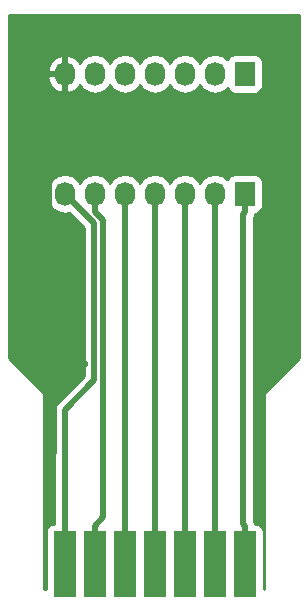
<source format=gbl>
%TF.GenerationSoftware,KiCad,Pcbnew,4.0.2+dfsg1-stable*%
%TF.CreationDate,2019-04-18T09:25:44+02:00*%
%TF.ProjectId,ECI-Breakout,4543492D427265616B6F75742E6B6963,rev?*%
%TF.FileFunction,Copper,L2,Bot,Signal*%
%FSLAX46Y46*%
G04 Gerber Fmt 4.6, Leading zero omitted, Abs format (unit mm)*
G04 Created by KiCad (PCBNEW 4.0.2+dfsg1-stable) date gio 18 apr 2019 09:25:44 CEST*
%MOMM*%
G01*
G04 APERTURE LIST*
%ADD10C,0.100000*%
%ADD11R,1.930400X5.588000*%
%ADD12R,1.727200X2.032000*%
%ADD13O,1.727200X2.032000*%
%ADD14C,0.600000*%
%ADD15C,0.500000*%
%ADD16C,0.254000*%
G04 APERTURE END LIST*
D10*
D11*
X139672000Y-115190000D03*
X137132000Y-115190000D03*
X134592000Y-115190000D03*
X132052000Y-115190000D03*
X129512000Y-115190000D03*
X126972000Y-115190000D03*
X124432000Y-115190000D03*
D12*
X139700000Y-73660000D03*
D13*
X137160000Y-73660000D03*
X134620000Y-73660000D03*
X132080000Y-73660000D03*
X129540000Y-73660000D03*
X127000000Y-73660000D03*
X124460000Y-73660000D03*
D12*
X139700000Y-83820000D03*
D13*
X137160000Y-83820000D03*
X134620000Y-83820000D03*
X132080000Y-83820000D03*
X129540000Y-83820000D03*
X127000000Y-83820000D03*
X124460000Y-83820000D03*
D14*
X123363500Y-105899900D03*
X126162300Y-98205300D03*
D15*
X124460000Y-73660000D02*
X124460000Y-75176000D01*
X123545200Y-98205300D02*
X126162300Y-98205300D01*
X123096800Y-97756900D02*
X123545200Y-98205300D01*
X123096800Y-76539200D02*
X123096800Y-97756900D01*
X124460000Y-75176000D02*
X123096800Y-76539200D01*
X123545200Y-105718200D02*
X123363500Y-105899900D01*
X123545200Y-98205300D02*
X123545200Y-105718200D01*
X139700000Y-83820000D02*
X139700000Y-85336000D01*
X139672000Y-115190000D02*
X139672000Y-111896000D01*
X139549200Y-111773200D02*
X139672000Y-111896000D01*
X139549200Y-85486800D02*
X139549200Y-111773200D01*
X139700000Y-85336000D02*
X139549200Y-85486800D01*
X137160000Y-83820000D02*
X137160000Y-85336000D01*
X137132000Y-115190000D02*
X137132000Y-111896000D01*
X137160000Y-111868000D02*
X137160000Y-85336000D01*
X137132000Y-111896000D02*
X137160000Y-111868000D01*
X134620000Y-111868000D02*
X134592000Y-111896000D01*
X134620000Y-83820000D02*
X134620000Y-111868000D01*
X134592000Y-115190000D02*
X134592000Y-111896000D01*
X132080000Y-111868000D02*
X132052000Y-111896000D01*
X132080000Y-83820000D02*
X132080000Y-111868000D01*
X132052000Y-115190000D02*
X132052000Y-111896000D01*
X129540000Y-83820000D02*
X129540000Y-85336000D01*
X129512000Y-115190000D02*
X129512000Y-111896000D01*
X129512000Y-85364000D02*
X129540000Y-85336000D01*
X129512000Y-111896000D02*
X129512000Y-85364000D01*
X127685200Y-111182800D02*
X126972000Y-111896000D01*
X127685200Y-86021200D02*
X127685200Y-111182800D01*
X127000000Y-85336000D02*
X127685200Y-86021200D01*
X127000000Y-83820000D02*
X127000000Y-85336000D01*
X126972000Y-115190000D02*
X126972000Y-111896000D01*
X124432000Y-102114300D02*
X124432000Y-115190000D01*
X126959300Y-99587000D02*
X124432000Y-102114300D01*
X126959300Y-86319300D02*
X126959300Y-99587000D01*
X124460000Y-83820000D02*
X126959300Y-86319300D01*
D16*
G36*
X144290000Y-97705908D02*
X141497954Y-100497954D01*
X141344046Y-100728295D01*
X141290000Y-101000000D01*
X141290000Y-117290000D01*
X141284640Y-117290000D01*
X141284640Y-112396000D01*
X141240362Y-112160683D01*
X141101290Y-111944559D01*
X140889090Y-111799569D01*
X140637200Y-111748560D01*
X140527672Y-111748560D01*
X140489633Y-111557325D01*
X140434200Y-111474363D01*
X140434200Y-85799542D01*
X140517633Y-85674675D01*
X140555672Y-85483440D01*
X140563600Y-85483440D01*
X140798917Y-85439162D01*
X141015041Y-85300090D01*
X141160031Y-85087890D01*
X141211040Y-84836000D01*
X141211040Y-82804000D01*
X141166762Y-82568683D01*
X141027690Y-82352559D01*
X140815490Y-82207569D01*
X140563600Y-82156560D01*
X138836400Y-82156560D01*
X138601083Y-82200838D01*
X138384959Y-82339910D01*
X138239969Y-82552110D01*
X138231600Y-82593439D01*
X138219670Y-82575585D01*
X137733489Y-82250729D01*
X137160000Y-82136655D01*
X136586511Y-82250729D01*
X136100330Y-82575585D01*
X135890000Y-82890366D01*
X135679670Y-82575585D01*
X135193489Y-82250729D01*
X134620000Y-82136655D01*
X134046511Y-82250729D01*
X133560330Y-82575585D01*
X133350000Y-82890366D01*
X133139670Y-82575585D01*
X132653489Y-82250729D01*
X132080000Y-82136655D01*
X131506511Y-82250729D01*
X131020330Y-82575585D01*
X130810000Y-82890366D01*
X130599670Y-82575585D01*
X130113489Y-82250729D01*
X129540000Y-82136655D01*
X128966511Y-82250729D01*
X128480330Y-82575585D01*
X128270000Y-82890366D01*
X128059670Y-82575585D01*
X127573489Y-82250729D01*
X127000000Y-82136655D01*
X126426511Y-82250729D01*
X125940330Y-82575585D01*
X125730000Y-82890366D01*
X125519670Y-82575585D01*
X125033489Y-82250729D01*
X124460000Y-82136655D01*
X123886511Y-82250729D01*
X123400330Y-82575585D01*
X123075474Y-83061766D01*
X122961400Y-83635255D01*
X122961400Y-84004745D01*
X123075474Y-84578234D01*
X123400330Y-85064415D01*
X123886511Y-85389271D01*
X124460000Y-85503345D01*
X124820131Y-85431711D01*
X126074300Y-86685879D01*
X126074300Y-99220421D01*
X123806210Y-101488510D01*
X123614367Y-101775625D01*
X123614367Y-101775626D01*
X123546999Y-102114300D01*
X123547000Y-102114305D01*
X123547000Y-111748560D01*
X123466800Y-111748560D01*
X123231483Y-111792838D01*
X123015359Y-111931910D01*
X122870369Y-112144110D01*
X122819360Y-112396000D01*
X122819360Y-117290000D01*
X122710000Y-117290000D01*
X122710000Y-101000000D01*
X122655954Y-100728295D01*
X122502046Y-100497954D01*
X119710000Y-97705908D01*
X119710000Y-74021913D01*
X122974816Y-74021913D01*
X123168046Y-74574320D01*
X123557964Y-75010732D01*
X124085209Y-75264709D01*
X124100974Y-75267358D01*
X124333000Y-75146217D01*
X124333000Y-73787000D01*
X123119076Y-73787000D01*
X122974816Y-74021913D01*
X119710000Y-74021913D01*
X119710000Y-73298087D01*
X122974816Y-73298087D01*
X123119076Y-73533000D01*
X124333000Y-73533000D01*
X124333000Y-72173783D01*
X124587000Y-72173783D01*
X124587000Y-73533000D01*
X124607000Y-73533000D01*
X124607000Y-73787000D01*
X124587000Y-73787000D01*
X124587000Y-75146217D01*
X124819026Y-75267358D01*
X124834791Y-75264709D01*
X125362036Y-75010732D01*
X125733539Y-74594931D01*
X125940330Y-74904415D01*
X126426511Y-75229271D01*
X127000000Y-75343345D01*
X127573489Y-75229271D01*
X128059670Y-74904415D01*
X128270000Y-74589634D01*
X128480330Y-74904415D01*
X128966511Y-75229271D01*
X129540000Y-75343345D01*
X130113489Y-75229271D01*
X130599670Y-74904415D01*
X130810000Y-74589634D01*
X131020330Y-74904415D01*
X131506511Y-75229271D01*
X132080000Y-75343345D01*
X132653489Y-75229271D01*
X133139670Y-74904415D01*
X133350000Y-74589634D01*
X133560330Y-74904415D01*
X134046511Y-75229271D01*
X134620000Y-75343345D01*
X135193489Y-75229271D01*
X135679670Y-74904415D01*
X135890000Y-74589634D01*
X136100330Y-74904415D01*
X136586511Y-75229271D01*
X137160000Y-75343345D01*
X137733489Y-75229271D01*
X138219670Y-74904415D01*
X138229243Y-74890087D01*
X138233238Y-74911317D01*
X138372310Y-75127441D01*
X138584510Y-75272431D01*
X138836400Y-75323440D01*
X140563600Y-75323440D01*
X140798917Y-75279162D01*
X141015041Y-75140090D01*
X141160031Y-74927890D01*
X141211040Y-74676000D01*
X141211040Y-72644000D01*
X141166762Y-72408683D01*
X141027690Y-72192559D01*
X140815490Y-72047569D01*
X140563600Y-71996560D01*
X138836400Y-71996560D01*
X138601083Y-72040838D01*
X138384959Y-72179910D01*
X138239969Y-72392110D01*
X138231600Y-72433439D01*
X138219670Y-72415585D01*
X137733489Y-72090729D01*
X137160000Y-71976655D01*
X136586511Y-72090729D01*
X136100330Y-72415585D01*
X135890000Y-72730366D01*
X135679670Y-72415585D01*
X135193489Y-72090729D01*
X134620000Y-71976655D01*
X134046511Y-72090729D01*
X133560330Y-72415585D01*
X133350000Y-72730366D01*
X133139670Y-72415585D01*
X132653489Y-72090729D01*
X132080000Y-71976655D01*
X131506511Y-72090729D01*
X131020330Y-72415585D01*
X130810000Y-72730366D01*
X130599670Y-72415585D01*
X130113489Y-72090729D01*
X129540000Y-71976655D01*
X128966511Y-72090729D01*
X128480330Y-72415585D01*
X128270000Y-72730366D01*
X128059670Y-72415585D01*
X127573489Y-72090729D01*
X127000000Y-71976655D01*
X126426511Y-72090729D01*
X125940330Y-72415585D01*
X125733539Y-72725069D01*
X125362036Y-72309268D01*
X124834791Y-72055291D01*
X124819026Y-72052642D01*
X124587000Y-72173783D01*
X124333000Y-72173783D01*
X124100974Y-72052642D01*
X124085209Y-72055291D01*
X123557964Y-72309268D01*
X123168046Y-72745680D01*
X122974816Y-73298087D01*
X119710000Y-73298087D01*
X119710000Y-68710000D01*
X144290000Y-68710000D01*
X144290000Y-97705908D01*
X144290000Y-97705908D01*
G37*
X144290000Y-97705908D02*
X141497954Y-100497954D01*
X141344046Y-100728295D01*
X141290000Y-101000000D01*
X141290000Y-117290000D01*
X141284640Y-117290000D01*
X141284640Y-112396000D01*
X141240362Y-112160683D01*
X141101290Y-111944559D01*
X140889090Y-111799569D01*
X140637200Y-111748560D01*
X140527672Y-111748560D01*
X140489633Y-111557325D01*
X140434200Y-111474363D01*
X140434200Y-85799542D01*
X140517633Y-85674675D01*
X140555672Y-85483440D01*
X140563600Y-85483440D01*
X140798917Y-85439162D01*
X141015041Y-85300090D01*
X141160031Y-85087890D01*
X141211040Y-84836000D01*
X141211040Y-82804000D01*
X141166762Y-82568683D01*
X141027690Y-82352559D01*
X140815490Y-82207569D01*
X140563600Y-82156560D01*
X138836400Y-82156560D01*
X138601083Y-82200838D01*
X138384959Y-82339910D01*
X138239969Y-82552110D01*
X138231600Y-82593439D01*
X138219670Y-82575585D01*
X137733489Y-82250729D01*
X137160000Y-82136655D01*
X136586511Y-82250729D01*
X136100330Y-82575585D01*
X135890000Y-82890366D01*
X135679670Y-82575585D01*
X135193489Y-82250729D01*
X134620000Y-82136655D01*
X134046511Y-82250729D01*
X133560330Y-82575585D01*
X133350000Y-82890366D01*
X133139670Y-82575585D01*
X132653489Y-82250729D01*
X132080000Y-82136655D01*
X131506511Y-82250729D01*
X131020330Y-82575585D01*
X130810000Y-82890366D01*
X130599670Y-82575585D01*
X130113489Y-82250729D01*
X129540000Y-82136655D01*
X128966511Y-82250729D01*
X128480330Y-82575585D01*
X128270000Y-82890366D01*
X128059670Y-82575585D01*
X127573489Y-82250729D01*
X127000000Y-82136655D01*
X126426511Y-82250729D01*
X125940330Y-82575585D01*
X125730000Y-82890366D01*
X125519670Y-82575585D01*
X125033489Y-82250729D01*
X124460000Y-82136655D01*
X123886511Y-82250729D01*
X123400330Y-82575585D01*
X123075474Y-83061766D01*
X122961400Y-83635255D01*
X122961400Y-84004745D01*
X123075474Y-84578234D01*
X123400330Y-85064415D01*
X123886511Y-85389271D01*
X124460000Y-85503345D01*
X124820131Y-85431711D01*
X126074300Y-86685879D01*
X126074300Y-99220421D01*
X123806210Y-101488510D01*
X123614367Y-101775625D01*
X123614367Y-101775626D01*
X123546999Y-102114300D01*
X123547000Y-102114305D01*
X123547000Y-111748560D01*
X123466800Y-111748560D01*
X123231483Y-111792838D01*
X123015359Y-111931910D01*
X122870369Y-112144110D01*
X122819360Y-112396000D01*
X122819360Y-117290000D01*
X122710000Y-117290000D01*
X122710000Y-101000000D01*
X122655954Y-100728295D01*
X122502046Y-100497954D01*
X119710000Y-97705908D01*
X119710000Y-74021913D01*
X122974816Y-74021913D01*
X123168046Y-74574320D01*
X123557964Y-75010732D01*
X124085209Y-75264709D01*
X124100974Y-75267358D01*
X124333000Y-75146217D01*
X124333000Y-73787000D01*
X123119076Y-73787000D01*
X122974816Y-74021913D01*
X119710000Y-74021913D01*
X119710000Y-73298087D01*
X122974816Y-73298087D01*
X123119076Y-73533000D01*
X124333000Y-73533000D01*
X124333000Y-72173783D01*
X124587000Y-72173783D01*
X124587000Y-73533000D01*
X124607000Y-73533000D01*
X124607000Y-73787000D01*
X124587000Y-73787000D01*
X124587000Y-75146217D01*
X124819026Y-75267358D01*
X124834791Y-75264709D01*
X125362036Y-75010732D01*
X125733539Y-74594931D01*
X125940330Y-74904415D01*
X126426511Y-75229271D01*
X127000000Y-75343345D01*
X127573489Y-75229271D01*
X128059670Y-74904415D01*
X128270000Y-74589634D01*
X128480330Y-74904415D01*
X128966511Y-75229271D01*
X129540000Y-75343345D01*
X130113489Y-75229271D01*
X130599670Y-74904415D01*
X130810000Y-74589634D01*
X131020330Y-74904415D01*
X131506511Y-75229271D01*
X132080000Y-75343345D01*
X132653489Y-75229271D01*
X133139670Y-74904415D01*
X133350000Y-74589634D01*
X133560330Y-74904415D01*
X134046511Y-75229271D01*
X134620000Y-75343345D01*
X135193489Y-75229271D01*
X135679670Y-74904415D01*
X135890000Y-74589634D01*
X136100330Y-74904415D01*
X136586511Y-75229271D01*
X137160000Y-75343345D01*
X137733489Y-75229271D01*
X138219670Y-74904415D01*
X138229243Y-74890087D01*
X138233238Y-74911317D01*
X138372310Y-75127441D01*
X138584510Y-75272431D01*
X138836400Y-75323440D01*
X140563600Y-75323440D01*
X140798917Y-75279162D01*
X141015041Y-75140090D01*
X141160031Y-74927890D01*
X141211040Y-74676000D01*
X141211040Y-72644000D01*
X141166762Y-72408683D01*
X141027690Y-72192559D01*
X140815490Y-72047569D01*
X140563600Y-71996560D01*
X138836400Y-71996560D01*
X138601083Y-72040838D01*
X138384959Y-72179910D01*
X138239969Y-72392110D01*
X138231600Y-72433439D01*
X138219670Y-72415585D01*
X137733489Y-72090729D01*
X137160000Y-71976655D01*
X136586511Y-72090729D01*
X136100330Y-72415585D01*
X135890000Y-72730366D01*
X135679670Y-72415585D01*
X135193489Y-72090729D01*
X134620000Y-71976655D01*
X134046511Y-72090729D01*
X133560330Y-72415585D01*
X133350000Y-72730366D01*
X133139670Y-72415585D01*
X132653489Y-72090729D01*
X132080000Y-71976655D01*
X131506511Y-72090729D01*
X131020330Y-72415585D01*
X130810000Y-72730366D01*
X130599670Y-72415585D01*
X130113489Y-72090729D01*
X129540000Y-71976655D01*
X128966511Y-72090729D01*
X128480330Y-72415585D01*
X128270000Y-72730366D01*
X128059670Y-72415585D01*
X127573489Y-72090729D01*
X127000000Y-71976655D01*
X126426511Y-72090729D01*
X125940330Y-72415585D01*
X125733539Y-72725069D01*
X125362036Y-72309268D01*
X124834791Y-72055291D01*
X124819026Y-72052642D01*
X124587000Y-72173783D01*
X124333000Y-72173783D01*
X124100974Y-72052642D01*
X124085209Y-72055291D01*
X123557964Y-72309268D01*
X123168046Y-72745680D01*
X122974816Y-73298087D01*
X119710000Y-73298087D01*
X119710000Y-68710000D01*
X144290000Y-68710000D01*
X144290000Y-97705908D01*
M02*

</source>
